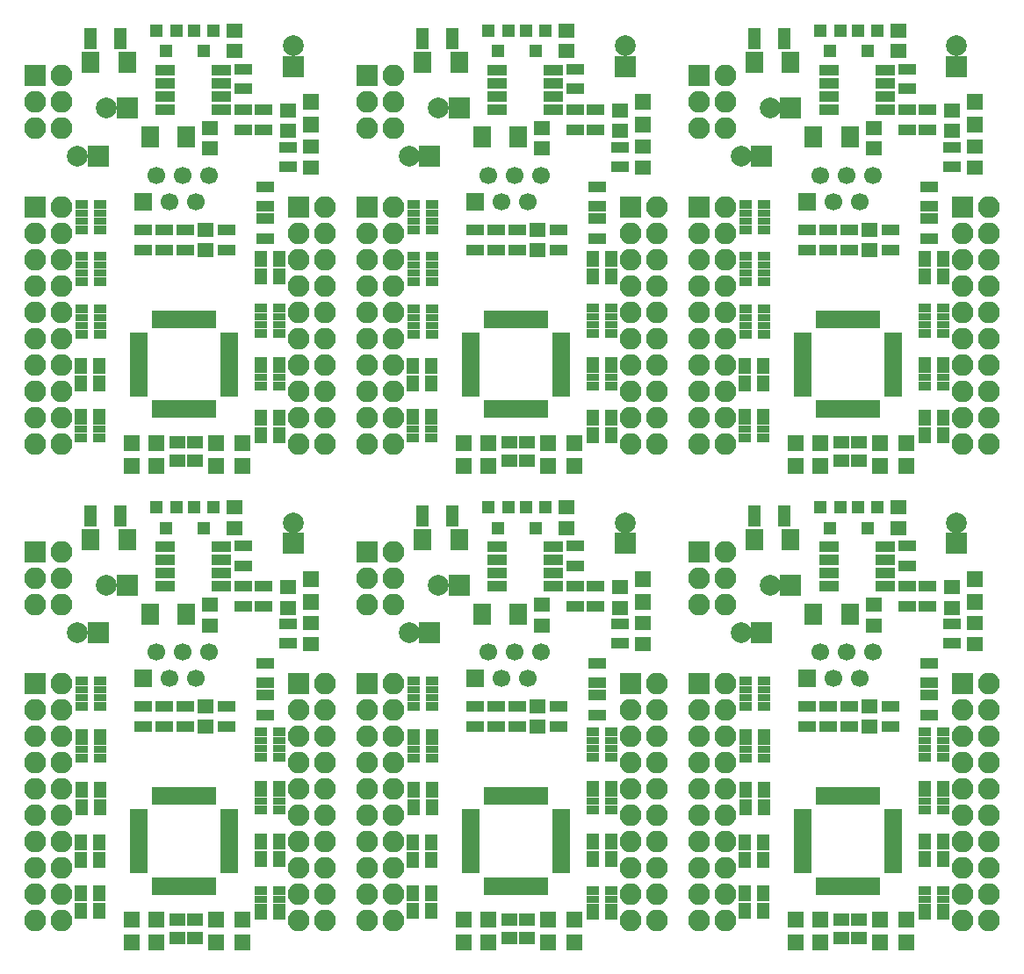
<source format=gbr>
G04 #@! TF.FileFunction,Soldermask,Top*
%FSLAX46Y46*%
G04 Gerber Fmt 4.6, Leading zero omitted, Abs format (unit mm)*
G04 Created by KiCad (PCBNEW 4.0.7) date 07/23/18 15:50:34*
%MOMM*%
%LPD*%
G01*
G04 APERTURE LIST*
%ADD10C,0.100000*%
%ADD11R,1.700000X1.100000*%
%ADD12R,1.650000X1.400000*%
%ADD13R,2.000000X2.000000*%
%ADD14C,2.000000*%
%ADD15R,2.100000X2.100000*%
%ADD16O,2.100000X2.100000*%
%ADD17R,1.700000X2.100000*%
%ADD18R,1.300000X2.100000*%
%ADD19R,1.200000X1.300000*%
%ADD20R,1.950000X1.000000*%
%ADD21R,1.600000X1.600000*%
%ADD22C,1.700000*%
%ADD23R,1.700000X1.700000*%
%ADD24R,1.200000X0.900000*%
%ADD25R,1.200000X0.800000*%
%ADD26R,0.900000X1.200000*%
%ADD27R,0.800000X1.200000*%
%ADD28R,1.700000X0.650000*%
%ADD29R,0.650000X1.700000*%
G04 APERTURE END LIST*
D10*
D11*
X180600000Y-69550000D03*
X180600000Y-67650000D03*
X180600000Y-70750000D03*
X180600000Y-72650000D03*
X182800000Y-65750000D03*
X182800000Y-63850000D03*
D12*
X185000000Y-65800000D03*
X185000000Y-63800000D03*
D13*
X164500000Y-64700000D03*
D14*
X162500000Y-64700000D03*
D15*
X158460000Y-56940000D03*
D16*
X161000000Y-56940000D03*
X158460000Y-59480000D03*
X161000000Y-59480000D03*
X158460000Y-62020000D03*
X161000000Y-62020000D03*
D17*
X167300000Y-55700000D03*
X163800000Y-55700000D03*
D13*
X167300000Y-60100000D03*
D14*
X165300000Y-60100000D03*
D18*
X163800000Y-53400000D03*
X166700000Y-53400000D03*
D19*
X172050000Y-52600000D03*
X170150000Y-52600000D03*
X171100000Y-54600000D03*
D12*
X177700000Y-54600000D03*
X177700000Y-52600000D03*
D17*
X169500000Y-62900000D03*
X173000000Y-62900000D03*
D12*
X175300000Y-62000000D03*
X175300000Y-64000000D03*
D20*
X171000000Y-56395000D03*
X171000000Y-57665000D03*
X171000000Y-58935000D03*
X171000000Y-60205000D03*
X176400000Y-60205000D03*
X176400000Y-58935000D03*
X176400000Y-57665000D03*
X176400000Y-56395000D03*
D19*
X175650000Y-52600000D03*
X173750000Y-52600000D03*
X174700000Y-54600000D03*
D21*
X185000000Y-59500000D03*
X185000000Y-61700000D03*
D11*
X178500000Y-60250000D03*
X178500000Y-62150000D03*
X180500000Y-60250000D03*
X180500000Y-62150000D03*
D12*
X182800000Y-62300000D03*
X182800000Y-60300000D03*
D11*
X178500000Y-56350000D03*
X178500000Y-58250000D03*
D13*
X183300000Y-56100000D03*
D14*
X183300000Y-54100000D03*
D22*
X170169583Y-66587593D03*
D23*
X168899583Y-69127593D03*
D22*
X171439583Y-69127593D03*
X172709583Y-66587593D03*
X173979583Y-69127593D03*
X175249583Y-66587593D03*
D11*
X168900000Y-71850000D03*
X168900000Y-73750000D03*
X176900000Y-73750000D03*
X176900000Y-71850000D03*
X172900000Y-71850000D03*
X172900000Y-73750000D03*
X170900000Y-71850000D03*
X170900000Y-73750000D03*
D12*
X174900000Y-73800000D03*
X174900000Y-71800000D03*
D24*
X180200000Y-74300000D03*
D25*
X180200000Y-75900000D03*
X180200000Y-75100000D03*
D24*
X180200000Y-76700000D03*
D25*
X182000000Y-75100000D03*
D24*
X182000000Y-74300000D03*
D25*
X182000000Y-75900000D03*
D24*
X182000000Y-76700000D03*
X180200000Y-84500000D03*
D25*
X180200000Y-86100000D03*
X180200000Y-85300000D03*
D24*
X180200000Y-86900000D03*
D25*
X182000000Y-85300000D03*
D24*
X182000000Y-84500000D03*
D25*
X182000000Y-86100000D03*
D24*
X182000000Y-86900000D03*
X180200000Y-79400000D03*
D25*
X180200000Y-81000000D03*
X180200000Y-80200000D03*
D24*
X180200000Y-81800000D03*
D25*
X182000000Y-80200000D03*
D24*
X182000000Y-79400000D03*
D25*
X182000000Y-81000000D03*
D24*
X182000000Y-81800000D03*
D15*
X183860000Y-69650000D03*
D16*
X186400000Y-69650000D03*
X183860000Y-72190000D03*
X186400000Y-72190000D03*
X183860000Y-74730000D03*
X186400000Y-74730000D03*
X183860000Y-77270000D03*
X186400000Y-77270000D03*
X183860000Y-79810000D03*
X186400000Y-79810000D03*
X183860000Y-82350000D03*
X186400000Y-82350000D03*
X183860000Y-84890000D03*
X186400000Y-84890000D03*
X183860000Y-87430000D03*
X186400000Y-87430000D03*
X183860000Y-89970000D03*
X186400000Y-89970000D03*
X183860000Y-92510000D03*
X186400000Y-92510000D03*
D24*
X180200000Y-89600000D03*
D25*
X180200000Y-91200000D03*
X180200000Y-90400000D03*
D24*
X180200000Y-92000000D03*
D25*
X182000000Y-90400000D03*
D24*
X182000000Y-89600000D03*
D25*
X182000000Y-91200000D03*
D24*
X182000000Y-92000000D03*
X164700000Y-76800000D03*
D25*
X164700000Y-75200000D03*
X164700000Y-76000000D03*
D24*
X164700000Y-74400000D03*
D25*
X162900000Y-76000000D03*
D24*
X162900000Y-76800000D03*
D25*
X162900000Y-75200000D03*
D24*
X162900000Y-74400000D03*
X164660000Y-87000000D03*
D25*
X164660000Y-85400000D03*
X164660000Y-86200000D03*
D24*
X164660000Y-84600000D03*
D25*
X162860000Y-86200000D03*
D24*
X162860000Y-87000000D03*
D25*
X162860000Y-85400000D03*
D24*
X162860000Y-84600000D03*
X164700000Y-71800000D03*
D25*
X164700000Y-70200000D03*
X164700000Y-71000000D03*
D24*
X164700000Y-69400000D03*
D25*
X162900000Y-71000000D03*
D24*
X162900000Y-71800000D03*
D25*
X162900000Y-70200000D03*
D24*
X162900000Y-69400000D03*
X164700000Y-81900000D03*
D25*
X164700000Y-80300000D03*
X164700000Y-81100000D03*
D24*
X164700000Y-79500000D03*
D25*
X162900000Y-81100000D03*
D24*
X162900000Y-81900000D03*
D25*
X162900000Y-80300000D03*
D24*
X162900000Y-79500000D03*
D15*
X158460000Y-69650000D03*
D16*
X161000000Y-69650000D03*
X158460000Y-72190000D03*
X161000000Y-72190000D03*
X158460000Y-74730000D03*
X161000000Y-74730000D03*
X158460000Y-77270000D03*
X161000000Y-77270000D03*
X158460000Y-79810000D03*
X161000000Y-79810000D03*
X158460000Y-82350000D03*
X161000000Y-82350000D03*
X158460000Y-84890000D03*
X161000000Y-84890000D03*
X158460000Y-87430000D03*
X161000000Y-87430000D03*
X158460000Y-89970000D03*
X161000000Y-89970000D03*
X158460000Y-92510000D03*
X161000000Y-92510000D03*
D26*
X174200000Y-92350000D03*
D27*
X172600000Y-92350000D03*
X173400000Y-92350000D03*
D26*
X171800000Y-92350000D03*
D27*
X173400000Y-94150000D03*
D26*
X174200000Y-94150000D03*
D27*
X172600000Y-94150000D03*
D26*
X171800000Y-94150000D03*
D21*
X178460000Y-94600000D03*
X178460000Y-92400000D03*
X175900000Y-94600000D03*
X175900000Y-92400000D03*
X167760000Y-94600000D03*
X167760000Y-92400000D03*
X170100000Y-94600000D03*
X170100000Y-92400000D03*
D24*
X164660000Y-91900000D03*
D25*
X164660000Y-90300000D03*
X164660000Y-91100000D03*
D24*
X164660000Y-89500000D03*
D25*
X162860000Y-91100000D03*
D24*
X162860000Y-91900000D03*
D25*
X162860000Y-90300000D03*
D24*
X162860000Y-89500000D03*
D28*
X168450000Y-82050000D03*
X168450000Y-82550000D03*
X168450000Y-83050000D03*
X168450000Y-83550000D03*
X168450000Y-84050000D03*
X168450000Y-84550000D03*
X168450000Y-85050000D03*
X168450000Y-85550000D03*
X168450000Y-86050000D03*
X168450000Y-86550000D03*
X168450000Y-87050000D03*
X168450000Y-87550000D03*
D29*
X170050000Y-89150000D03*
X170550000Y-89150000D03*
X171050000Y-89150000D03*
X171550000Y-89150000D03*
X172050000Y-89150000D03*
X172550000Y-89150000D03*
X173050000Y-89150000D03*
X173550000Y-89150000D03*
X174050000Y-89150000D03*
X174550000Y-89150000D03*
X175050000Y-89150000D03*
X175550000Y-89150000D03*
D28*
X177150000Y-87550000D03*
X177150000Y-87050000D03*
X177150000Y-86550000D03*
X177150000Y-86050000D03*
X177150000Y-85550000D03*
X177150000Y-85050000D03*
X177150000Y-84550000D03*
X177150000Y-84050000D03*
X177150000Y-83550000D03*
X177150000Y-83050000D03*
X177150000Y-82550000D03*
X177150000Y-82050000D03*
D29*
X175550000Y-80450000D03*
X175050000Y-80450000D03*
X174550000Y-80450000D03*
X174050000Y-80450000D03*
X173550000Y-80450000D03*
X173050000Y-80450000D03*
X172550000Y-80450000D03*
X172050000Y-80450000D03*
X171550000Y-80450000D03*
X171050000Y-80450000D03*
X170550000Y-80450000D03*
X170050000Y-80450000D03*
D11*
X146500000Y-56350000D03*
X146500000Y-58250000D03*
D12*
X145700000Y-54600000D03*
X145700000Y-52600000D03*
D13*
X151300000Y-56100000D03*
D14*
X151300000Y-54100000D03*
D17*
X135300000Y-55700000D03*
X131800000Y-55700000D03*
D18*
X131800000Y-53400000D03*
X134700000Y-53400000D03*
D15*
X126460000Y-56940000D03*
D16*
X129000000Y-56940000D03*
X126460000Y-59480000D03*
X129000000Y-59480000D03*
X126460000Y-62020000D03*
X129000000Y-62020000D03*
D13*
X132500000Y-64700000D03*
D14*
X130500000Y-64700000D03*
D13*
X135300000Y-60100000D03*
D14*
X133300000Y-60100000D03*
D12*
X150800000Y-62300000D03*
X150800000Y-60300000D03*
D11*
X150800000Y-65750000D03*
X150800000Y-63850000D03*
D21*
X153000000Y-59500000D03*
X153000000Y-61700000D03*
D12*
X153000000Y-65800000D03*
X153000000Y-63800000D03*
D11*
X148500000Y-60250000D03*
X148500000Y-62150000D03*
X146500000Y-60250000D03*
X146500000Y-62150000D03*
D19*
X140050000Y-52600000D03*
X138150000Y-52600000D03*
X139100000Y-54600000D03*
X143650000Y-52600000D03*
X141750000Y-52600000D03*
X142700000Y-54600000D03*
D17*
X137500000Y-62900000D03*
X141000000Y-62900000D03*
D20*
X139000000Y-56395000D03*
X139000000Y-57665000D03*
X139000000Y-58935000D03*
X139000000Y-60205000D03*
X144400000Y-60205000D03*
X144400000Y-58935000D03*
X144400000Y-57665000D03*
X144400000Y-56395000D03*
D12*
X143300000Y-62000000D03*
X143300000Y-64000000D03*
D24*
X100700000Y-76800000D03*
D25*
X100700000Y-75200000D03*
X100700000Y-76000000D03*
D24*
X100700000Y-74400000D03*
D25*
X98900000Y-76000000D03*
D24*
X98900000Y-76800000D03*
D25*
X98900000Y-75200000D03*
D24*
X98900000Y-74400000D03*
D15*
X94460000Y-69650000D03*
D16*
X97000000Y-69650000D03*
X94460000Y-72190000D03*
X97000000Y-72190000D03*
X94460000Y-74730000D03*
X97000000Y-74730000D03*
X94460000Y-77270000D03*
X97000000Y-77270000D03*
X94460000Y-79810000D03*
X97000000Y-79810000D03*
X94460000Y-82350000D03*
X97000000Y-82350000D03*
X94460000Y-84890000D03*
X97000000Y-84890000D03*
X94460000Y-87430000D03*
X97000000Y-87430000D03*
X94460000Y-89970000D03*
X97000000Y-89970000D03*
X94460000Y-92510000D03*
X97000000Y-92510000D03*
D24*
X100700000Y-81900000D03*
D25*
X100700000Y-80300000D03*
X100700000Y-81100000D03*
D24*
X100700000Y-79500000D03*
D25*
X98900000Y-81100000D03*
D24*
X98900000Y-81900000D03*
D25*
X98900000Y-80300000D03*
D24*
X98900000Y-79500000D03*
X100660000Y-91900000D03*
D25*
X100660000Y-90300000D03*
X100660000Y-91100000D03*
D24*
X100660000Y-89500000D03*
D25*
X98860000Y-91100000D03*
D24*
X98860000Y-91900000D03*
D25*
X98860000Y-90300000D03*
D24*
X98860000Y-89500000D03*
X100660000Y-87000000D03*
D25*
X100660000Y-85400000D03*
X100660000Y-86200000D03*
D24*
X100660000Y-84600000D03*
D25*
X98860000Y-86200000D03*
D24*
X98860000Y-87000000D03*
D25*
X98860000Y-85400000D03*
D24*
X98860000Y-84600000D03*
D28*
X104450000Y-82050000D03*
X104450000Y-82550000D03*
X104450000Y-83050000D03*
X104450000Y-83550000D03*
X104450000Y-84050000D03*
X104450000Y-84550000D03*
X104450000Y-85050000D03*
X104450000Y-85550000D03*
X104450000Y-86050000D03*
X104450000Y-86550000D03*
X104450000Y-87050000D03*
X104450000Y-87550000D03*
D29*
X106050000Y-89150000D03*
X106550000Y-89150000D03*
X107050000Y-89150000D03*
X107550000Y-89150000D03*
X108050000Y-89150000D03*
X108550000Y-89150000D03*
X109050000Y-89150000D03*
X109550000Y-89150000D03*
X110050000Y-89150000D03*
X110550000Y-89150000D03*
X111050000Y-89150000D03*
X111550000Y-89150000D03*
D28*
X113150000Y-87550000D03*
X113150000Y-87050000D03*
X113150000Y-86550000D03*
X113150000Y-86050000D03*
X113150000Y-85550000D03*
X113150000Y-85050000D03*
X113150000Y-84550000D03*
X113150000Y-84050000D03*
X113150000Y-83550000D03*
X113150000Y-83050000D03*
X113150000Y-82550000D03*
X113150000Y-82050000D03*
D29*
X111550000Y-80450000D03*
X111050000Y-80450000D03*
X110550000Y-80450000D03*
X110050000Y-80450000D03*
X109550000Y-80450000D03*
X109050000Y-80450000D03*
X108550000Y-80450000D03*
X108050000Y-80450000D03*
X107550000Y-80450000D03*
X107050000Y-80450000D03*
X106550000Y-80450000D03*
X106050000Y-80450000D03*
D11*
X116600000Y-70750000D03*
X116600000Y-72650000D03*
D24*
X116200000Y-79400000D03*
D25*
X116200000Y-81000000D03*
X116200000Y-80200000D03*
D24*
X116200000Y-81800000D03*
D25*
X118000000Y-80200000D03*
D24*
X118000000Y-79400000D03*
D25*
X118000000Y-81000000D03*
D24*
X118000000Y-81800000D03*
X116200000Y-74300000D03*
D25*
X116200000Y-75900000D03*
X116200000Y-75100000D03*
D24*
X116200000Y-76700000D03*
D25*
X118000000Y-75100000D03*
D24*
X118000000Y-74300000D03*
D25*
X118000000Y-75900000D03*
D24*
X118000000Y-76700000D03*
X116200000Y-89600000D03*
D25*
X116200000Y-91200000D03*
X116200000Y-90400000D03*
D24*
X116200000Y-92000000D03*
D25*
X118000000Y-90400000D03*
D24*
X118000000Y-89600000D03*
D25*
X118000000Y-91200000D03*
D24*
X118000000Y-92000000D03*
D21*
X114460000Y-94600000D03*
X114460000Y-92400000D03*
X103760000Y-94600000D03*
X103760000Y-92400000D03*
X106100000Y-94600000D03*
X106100000Y-92400000D03*
X111900000Y-94600000D03*
X111900000Y-92400000D03*
D26*
X110200000Y-92350000D03*
D27*
X108600000Y-92350000D03*
X109400000Y-92350000D03*
D26*
X107800000Y-92350000D03*
D27*
X109400000Y-94150000D03*
D26*
X110200000Y-94150000D03*
D27*
X108600000Y-94150000D03*
D26*
X107800000Y-94150000D03*
D17*
X105500000Y-62900000D03*
X109000000Y-62900000D03*
D22*
X106169583Y-66587593D03*
D23*
X104899583Y-69127593D03*
D22*
X107439583Y-69127593D03*
X108709583Y-66587593D03*
X109979583Y-69127593D03*
X111249583Y-66587593D03*
D11*
X106900000Y-71850000D03*
X106900000Y-73750000D03*
X104900000Y-71850000D03*
X104900000Y-73750000D03*
X108900000Y-71850000D03*
X108900000Y-73750000D03*
D24*
X100700000Y-71800000D03*
D25*
X100700000Y-70200000D03*
X100700000Y-71000000D03*
D24*
X100700000Y-69400000D03*
D25*
X98900000Y-71000000D03*
D24*
X98900000Y-71800000D03*
D25*
X98900000Y-70200000D03*
D24*
X98900000Y-69400000D03*
D13*
X100500000Y-64700000D03*
D14*
X98500000Y-64700000D03*
D18*
X99800000Y-53400000D03*
X102700000Y-53400000D03*
D13*
X103300000Y-60100000D03*
D14*
X101300000Y-60100000D03*
D17*
X103300000Y-55700000D03*
X99800000Y-55700000D03*
D15*
X94460000Y-56940000D03*
D16*
X97000000Y-56940000D03*
X94460000Y-59480000D03*
X97000000Y-59480000D03*
X94460000Y-62020000D03*
X97000000Y-62020000D03*
D12*
X110900000Y-73800000D03*
X110900000Y-71800000D03*
D11*
X112900000Y-73750000D03*
X112900000Y-71850000D03*
D19*
X111650000Y-52600000D03*
X109750000Y-52600000D03*
X110700000Y-54600000D03*
D20*
X107000000Y-56395000D03*
X107000000Y-57665000D03*
X107000000Y-58935000D03*
X107000000Y-60205000D03*
X112400000Y-60205000D03*
X112400000Y-58935000D03*
X112400000Y-57665000D03*
X112400000Y-56395000D03*
D19*
X108050000Y-52600000D03*
X106150000Y-52600000D03*
X107100000Y-54600000D03*
D12*
X111300000Y-62000000D03*
X111300000Y-64000000D03*
X118800000Y-62300000D03*
X118800000Y-60300000D03*
D11*
X114500000Y-60250000D03*
X114500000Y-62150000D03*
X116500000Y-60250000D03*
X116500000Y-62150000D03*
D21*
X121000000Y-59500000D03*
X121000000Y-61700000D03*
D13*
X119300000Y-56100000D03*
D14*
X119300000Y-54100000D03*
D11*
X114500000Y-56350000D03*
X114500000Y-58250000D03*
D12*
X113700000Y-54600000D03*
X113700000Y-52600000D03*
D11*
X116600000Y-69550000D03*
X116600000Y-67650000D03*
D12*
X121000000Y-65800000D03*
X121000000Y-63800000D03*
D11*
X118800000Y-65750000D03*
X118800000Y-63850000D03*
X148600000Y-70750000D03*
X148600000Y-72650000D03*
X148600000Y-69550000D03*
X148600000Y-67650000D03*
D24*
X148200000Y-74300000D03*
D25*
X148200000Y-75900000D03*
X148200000Y-75100000D03*
D24*
X148200000Y-76700000D03*
D25*
X150000000Y-75100000D03*
D24*
X150000000Y-74300000D03*
D25*
X150000000Y-75900000D03*
D24*
X150000000Y-76700000D03*
X132700000Y-71800000D03*
D25*
X132700000Y-70200000D03*
X132700000Y-71000000D03*
D24*
X132700000Y-69400000D03*
D25*
X130900000Y-71000000D03*
D24*
X130900000Y-71800000D03*
D25*
X130900000Y-70200000D03*
D24*
X130900000Y-69400000D03*
X132700000Y-76800000D03*
D25*
X132700000Y-75200000D03*
X132700000Y-76000000D03*
D24*
X132700000Y-74400000D03*
D25*
X130900000Y-76000000D03*
D24*
X130900000Y-76800000D03*
D25*
X130900000Y-75200000D03*
D24*
X130900000Y-74400000D03*
D11*
X144900000Y-73750000D03*
X144900000Y-71850000D03*
D12*
X142900000Y-73800000D03*
X142900000Y-71800000D03*
D11*
X138900000Y-71850000D03*
X138900000Y-73750000D03*
X140900000Y-71850000D03*
X140900000Y-73750000D03*
D22*
X138169583Y-66587593D03*
D23*
X136899583Y-69127593D03*
D22*
X139439583Y-69127593D03*
X140709583Y-66587593D03*
X141979583Y-69127593D03*
X143249583Y-66587593D03*
D11*
X136900000Y-71850000D03*
X136900000Y-73750000D03*
D24*
X148200000Y-79400000D03*
D25*
X148200000Y-81000000D03*
X148200000Y-80200000D03*
D24*
X148200000Y-81800000D03*
D25*
X150000000Y-80200000D03*
D24*
X150000000Y-79400000D03*
D25*
X150000000Y-81000000D03*
D24*
X150000000Y-81800000D03*
X148200000Y-89600000D03*
D25*
X148200000Y-91200000D03*
X148200000Y-90400000D03*
D24*
X148200000Y-92000000D03*
D25*
X150000000Y-90400000D03*
D24*
X150000000Y-89600000D03*
D25*
X150000000Y-91200000D03*
D24*
X150000000Y-92000000D03*
D15*
X151860000Y-69650000D03*
D16*
X154400000Y-69650000D03*
X151860000Y-72190000D03*
X154400000Y-72190000D03*
X151860000Y-74730000D03*
X154400000Y-74730000D03*
X151860000Y-77270000D03*
X154400000Y-77270000D03*
X151860000Y-79810000D03*
X154400000Y-79810000D03*
X151860000Y-82350000D03*
X154400000Y-82350000D03*
X151860000Y-84890000D03*
X154400000Y-84890000D03*
X151860000Y-87430000D03*
X154400000Y-87430000D03*
X151860000Y-89970000D03*
X154400000Y-89970000D03*
X151860000Y-92510000D03*
X154400000Y-92510000D03*
D24*
X148200000Y-84500000D03*
D25*
X148200000Y-86100000D03*
X148200000Y-85300000D03*
D24*
X148200000Y-86900000D03*
D25*
X150000000Y-85300000D03*
D24*
X150000000Y-84500000D03*
D25*
X150000000Y-86100000D03*
D24*
X150000000Y-86900000D03*
X132660000Y-91900000D03*
D25*
X132660000Y-90300000D03*
X132660000Y-91100000D03*
D24*
X132660000Y-89500000D03*
D25*
X130860000Y-91100000D03*
D24*
X130860000Y-91900000D03*
D25*
X130860000Y-90300000D03*
D24*
X130860000Y-89500000D03*
X116200000Y-84500000D03*
D25*
X116200000Y-86100000D03*
X116200000Y-85300000D03*
D24*
X116200000Y-86900000D03*
D25*
X118000000Y-85300000D03*
D24*
X118000000Y-84500000D03*
D25*
X118000000Y-86100000D03*
D24*
X118000000Y-86900000D03*
X132660000Y-87000000D03*
D25*
X132660000Y-85400000D03*
X132660000Y-86200000D03*
D24*
X132660000Y-84600000D03*
D25*
X130860000Y-86200000D03*
D24*
X130860000Y-87000000D03*
D25*
X130860000Y-85400000D03*
D24*
X130860000Y-84600000D03*
X132700000Y-81900000D03*
D25*
X132700000Y-80300000D03*
X132700000Y-81100000D03*
D24*
X132700000Y-79500000D03*
D25*
X130900000Y-81100000D03*
D24*
X130900000Y-81900000D03*
D25*
X130900000Y-80300000D03*
D24*
X130900000Y-79500000D03*
D15*
X119860000Y-69650000D03*
D16*
X122400000Y-69650000D03*
X119860000Y-72190000D03*
X122400000Y-72190000D03*
X119860000Y-74730000D03*
X122400000Y-74730000D03*
X119860000Y-77270000D03*
X122400000Y-77270000D03*
X119860000Y-79810000D03*
X122400000Y-79810000D03*
X119860000Y-82350000D03*
X122400000Y-82350000D03*
X119860000Y-84890000D03*
X122400000Y-84890000D03*
X119860000Y-87430000D03*
X122400000Y-87430000D03*
X119860000Y-89970000D03*
X122400000Y-89970000D03*
X119860000Y-92510000D03*
X122400000Y-92510000D03*
D15*
X126460000Y-69650000D03*
D16*
X129000000Y-69650000D03*
X126460000Y-72190000D03*
X129000000Y-72190000D03*
X126460000Y-74730000D03*
X129000000Y-74730000D03*
X126460000Y-77270000D03*
X129000000Y-77270000D03*
X126460000Y-79810000D03*
X129000000Y-79810000D03*
X126460000Y-82350000D03*
X129000000Y-82350000D03*
X126460000Y-84890000D03*
X129000000Y-84890000D03*
X126460000Y-87430000D03*
X129000000Y-87430000D03*
X126460000Y-89970000D03*
X129000000Y-89970000D03*
X126460000Y-92510000D03*
X129000000Y-92510000D03*
D28*
X136450000Y-82050000D03*
X136450000Y-82550000D03*
X136450000Y-83050000D03*
X136450000Y-83550000D03*
X136450000Y-84050000D03*
X136450000Y-84550000D03*
X136450000Y-85050000D03*
X136450000Y-85550000D03*
X136450000Y-86050000D03*
X136450000Y-86550000D03*
X136450000Y-87050000D03*
X136450000Y-87550000D03*
D29*
X138050000Y-89150000D03*
X138550000Y-89150000D03*
X139050000Y-89150000D03*
X139550000Y-89150000D03*
X140050000Y-89150000D03*
X140550000Y-89150000D03*
X141050000Y-89150000D03*
X141550000Y-89150000D03*
X142050000Y-89150000D03*
X142550000Y-89150000D03*
X143050000Y-89150000D03*
X143550000Y-89150000D03*
D28*
X145150000Y-87550000D03*
X145150000Y-87050000D03*
X145150000Y-86550000D03*
X145150000Y-86050000D03*
X145150000Y-85550000D03*
X145150000Y-85050000D03*
X145150000Y-84550000D03*
X145150000Y-84050000D03*
X145150000Y-83550000D03*
X145150000Y-83050000D03*
X145150000Y-82550000D03*
X145150000Y-82050000D03*
D29*
X143550000Y-80450000D03*
X143050000Y-80450000D03*
X142550000Y-80450000D03*
X142050000Y-80450000D03*
X141550000Y-80450000D03*
X141050000Y-80450000D03*
X140550000Y-80450000D03*
X140050000Y-80450000D03*
X139550000Y-80450000D03*
X139050000Y-80450000D03*
X138550000Y-80450000D03*
X138050000Y-80450000D03*
D21*
X146460000Y-94600000D03*
X146460000Y-92400000D03*
D26*
X142200000Y-92350000D03*
D27*
X140600000Y-92350000D03*
X141400000Y-92350000D03*
D26*
X139800000Y-92350000D03*
D27*
X141400000Y-94150000D03*
D26*
X142200000Y-94150000D03*
D27*
X140600000Y-94150000D03*
D26*
X139800000Y-94150000D03*
D21*
X138100000Y-94600000D03*
X138100000Y-92400000D03*
X135760000Y-94600000D03*
X135760000Y-92400000D03*
X143900000Y-94600000D03*
X143900000Y-92400000D03*
D11*
X180600000Y-115550000D03*
X180600000Y-113650000D03*
X182800000Y-111750000D03*
X182800000Y-109850000D03*
D12*
X185000000Y-111800000D03*
X185000000Y-109800000D03*
D11*
X178500000Y-106250000D03*
X178500000Y-108150000D03*
D21*
X185000000Y-105500000D03*
X185000000Y-107700000D03*
D11*
X180500000Y-106250000D03*
X180500000Y-108150000D03*
D12*
X182800000Y-108300000D03*
X182800000Y-106300000D03*
X177700000Y-100600000D03*
X177700000Y-98600000D03*
D11*
X178500000Y-102350000D03*
X178500000Y-104250000D03*
D13*
X183300000Y-102100000D03*
D14*
X183300000Y-100100000D03*
D17*
X167300000Y-101700000D03*
X163800000Y-101700000D03*
D15*
X158460000Y-102940000D03*
D16*
X161000000Y-102940000D03*
X158460000Y-105480000D03*
X161000000Y-105480000D03*
X158460000Y-108020000D03*
X161000000Y-108020000D03*
D13*
X164500000Y-110700000D03*
D14*
X162500000Y-110700000D03*
D13*
X167300000Y-106100000D03*
D14*
X165300000Y-106100000D03*
D18*
X163800000Y-99400000D03*
X166700000Y-99400000D03*
D22*
X170169583Y-112587593D03*
D23*
X168899583Y-115127593D03*
D22*
X171439583Y-115127593D03*
X172709583Y-112587593D03*
X173979583Y-115127593D03*
X175249583Y-112587593D03*
D19*
X172050000Y-98600000D03*
X170150000Y-98600000D03*
X171100000Y-100600000D03*
D20*
X171000000Y-102395000D03*
X171000000Y-103665000D03*
X171000000Y-104935000D03*
X171000000Y-106205000D03*
X176400000Y-106205000D03*
X176400000Y-104935000D03*
X176400000Y-103665000D03*
X176400000Y-102395000D03*
D17*
X169500000Y-108900000D03*
X173000000Y-108900000D03*
D19*
X175650000Y-98600000D03*
X173750000Y-98600000D03*
X174700000Y-100600000D03*
D12*
X175300000Y-108000000D03*
X175300000Y-110000000D03*
D11*
X170900000Y-117850000D03*
X170900000Y-119750000D03*
D12*
X174900000Y-119800000D03*
X174900000Y-117800000D03*
D11*
X168900000Y-117850000D03*
X168900000Y-119750000D03*
X176900000Y-119750000D03*
X176900000Y-117850000D03*
X172900000Y-117850000D03*
X172900000Y-119750000D03*
X180600000Y-116750000D03*
X180600000Y-118650000D03*
D24*
X180200000Y-120300000D03*
D25*
X180200000Y-121900000D03*
X180200000Y-121100000D03*
D24*
X180200000Y-122700000D03*
D25*
X182000000Y-121100000D03*
D24*
X182000000Y-120300000D03*
D25*
X182000000Y-121900000D03*
D24*
X182000000Y-122700000D03*
X180200000Y-125400000D03*
D25*
X180200000Y-127000000D03*
X180200000Y-126200000D03*
D24*
X180200000Y-127800000D03*
D25*
X182000000Y-126200000D03*
D24*
X182000000Y-125400000D03*
D25*
X182000000Y-127000000D03*
D24*
X182000000Y-127800000D03*
X180200000Y-130500000D03*
D25*
X180200000Y-132100000D03*
X180200000Y-131300000D03*
D24*
X180200000Y-132900000D03*
D25*
X182000000Y-131300000D03*
D24*
X182000000Y-130500000D03*
D25*
X182000000Y-132100000D03*
D24*
X182000000Y-132900000D03*
X180200000Y-135600000D03*
D25*
X180200000Y-137200000D03*
X180200000Y-136400000D03*
D24*
X180200000Y-138000000D03*
D25*
X182000000Y-136400000D03*
D24*
X182000000Y-135600000D03*
D25*
X182000000Y-137200000D03*
D24*
X182000000Y-138000000D03*
D15*
X183860000Y-115650000D03*
D16*
X186400000Y-115650000D03*
X183860000Y-118190000D03*
X186400000Y-118190000D03*
X183860000Y-120730000D03*
X186400000Y-120730000D03*
X183860000Y-123270000D03*
X186400000Y-123270000D03*
X183860000Y-125810000D03*
X186400000Y-125810000D03*
X183860000Y-128350000D03*
X186400000Y-128350000D03*
X183860000Y-130890000D03*
X186400000Y-130890000D03*
X183860000Y-133430000D03*
X186400000Y-133430000D03*
X183860000Y-135970000D03*
X186400000Y-135970000D03*
X183860000Y-138510000D03*
X186400000Y-138510000D03*
D28*
X168450000Y-128050000D03*
X168450000Y-128550000D03*
X168450000Y-129050000D03*
X168450000Y-129550000D03*
X168450000Y-130050000D03*
X168450000Y-130550000D03*
X168450000Y-131050000D03*
X168450000Y-131550000D03*
X168450000Y-132050000D03*
X168450000Y-132550000D03*
X168450000Y-133050000D03*
X168450000Y-133550000D03*
D29*
X170050000Y-135150000D03*
X170550000Y-135150000D03*
X171050000Y-135150000D03*
X171550000Y-135150000D03*
X172050000Y-135150000D03*
X172550000Y-135150000D03*
X173050000Y-135150000D03*
X173550000Y-135150000D03*
X174050000Y-135150000D03*
X174550000Y-135150000D03*
X175050000Y-135150000D03*
X175550000Y-135150000D03*
D28*
X177150000Y-133550000D03*
X177150000Y-133050000D03*
X177150000Y-132550000D03*
X177150000Y-132050000D03*
X177150000Y-131550000D03*
X177150000Y-131050000D03*
X177150000Y-130550000D03*
X177150000Y-130050000D03*
X177150000Y-129550000D03*
X177150000Y-129050000D03*
X177150000Y-128550000D03*
X177150000Y-128050000D03*
D29*
X175550000Y-126450000D03*
X175050000Y-126450000D03*
X174550000Y-126450000D03*
X174050000Y-126450000D03*
X173550000Y-126450000D03*
X173050000Y-126450000D03*
X172550000Y-126450000D03*
X172050000Y-126450000D03*
X171550000Y-126450000D03*
X171050000Y-126450000D03*
X170550000Y-126450000D03*
X170050000Y-126450000D03*
D24*
X164660000Y-133000000D03*
D25*
X164660000Y-131400000D03*
X164660000Y-132200000D03*
D24*
X164660000Y-130600000D03*
D25*
X162860000Y-132200000D03*
D24*
X162860000Y-133000000D03*
D25*
X162860000Y-131400000D03*
D24*
X162860000Y-130600000D03*
X164660000Y-137900000D03*
D25*
X164660000Y-136300000D03*
X164660000Y-137100000D03*
D24*
X164660000Y-135500000D03*
D25*
X162860000Y-137100000D03*
D24*
X162860000Y-137900000D03*
D25*
X162860000Y-136300000D03*
D24*
X162860000Y-135500000D03*
D15*
X158460000Y-115650000D03*
D16*
X161000000Y-115650000D03*
X158460000Y-118190000D03*
X161000000Y-118190000D03*
X158460000Y-120730000D03*
X161000000Y-120730000D03*
X158460000Y-123270000D03*
X161000000Y-123270000D03*
X158460000Y-125810000D03*
X161000000Y-125810000D03*
X158460000Y-128350000D03*
X161000000Y-128350000D03*
X158460000Y-130890000D03*
X161000000Y-130890000D03*
X158460000Y-133430000D03*
X161000000Y-133430000D03*
X158460000Y-135970000D03*
X161000000Y-135970000D03*
X158460000Y-138510000D03*
X161000000Y-138510000D03*
D24*
X164700000Y-122800000D03*
D25*
X164700000Y-121200000D03*
X164700000Y-122000000D03*
D24*
X164700000Y-120400000D03*
D25*
X162900000Y-122000000D03*
D24*
X162900000Y-122800000D03*
D25*
X162900000Y-121200000D03*
D24*
X162900000Y-120400000D03*
X164700000Y-127900000D03*
D25*
X164700000Y-126300000D03*
X164700000Y-127100000D03*
D24*
X164700000Y-125500000D03*
D25*
X162900000Y-127100000D03*
D24*
X162900000Y-127900000D03*
D25*
X162900000Y-126300000D03*
D24*
X162900000Y-125500000D03*
X164700000Y-117800000D03*
D25*
X164700000Y-116200000D03*
X164700000Y-117000000D03*
D24*
X164700000Y-115400000D03*
D25*
X162900000Y-117000000D03*
D24*
X162900000Y-117800000D03*
D25*
X162900000Y-116200000D03*
D24*
X162900000Y-115400000D03*
D21*
X175900000Y-140600000D03*
X175900000Y-138400000D03*
X178460000Y-140600000D03*
X178460000Y-138400000D03*
X170100000Y-140600000D03*
X170100000Y-138400000D03*
X167760000Y-140600000D03*
X167760000Y-138400000D03*
D26*
X174200000Y-138350000D03*
D27*
X172600000Y-138350000D03*
X173400000Y-138350000D03*
D26*
X171800000Y-138350000D03*
D27*
X173400000Y-140150000D03*
D26*
X174200000Y-140150000D03*
D27*
X172600000Y-140150000D03*
D26*
X171800000Y-140150000D03*
D11*
X148600000Y-115550000D03*
X148600000Y-113650000D03*
X150800000Y-111750000D03*
X150800000Y-109850000D03*
D12*
X153000000Y-111800000D03*
X153000000Y-109800000D03*
D11*
X146500000Y-106250000D03*
X146500000Y-108150000D03*
D21*
X153000000Y-105500000D03*
X153000000Y-107700000D03*
D11*
X148500000Y-106250000D03*
X148500000Y-108150000D03*
D12*
X150800000Y-108300000D03*
X150800000Y-106300000D03*
X145700000Y-100600000D03*
X145700000Y-98600000D03*
D11*
X146500000Y-102350000D03*
X146500000Y-104250000D03*
D13*
X151300000Y-102100000D03*
D14*
X151300000Y-100100000D03*
D17*
X135300000Y-101700000D03*
X131800000Y-101700000D03*
D15*
X126460000Y-102940000D03*
D16*
X129000000Y-102940000D03*
X126460000Y-105480000D03*
X129000000Y-105480000D03*
X126460000Y-108020000D03*
X129000000Y-108020000D03*
D13*
X132500000Y-110700000D03*
D14*
X130500000Y-110700000D03*
D13*
X135300000Y-106100000D03*
D14*
X133300000Y-106100000D03*
D18*
X131800000Y-99400000D03*
X134700000Y-99400000D03*
D22*
X138169583Y-112587593D03*
D23*
X136899583Y-115127593D03*
D22*
X139439583Y-115127593D03*
X140709583Y-112587593D03*
X141979583Y-115127593D03*
X143249583Y-112587593D03*
D19*
X140050000Y-98600000D03*
X138150000Y-98600000D03*
X139100000Y-100600000D03*
D20*
X139000000Y-102395000D03*
X139000000Y-103665000D03*
X139000000Y-104935000D03*
X139000000Y-106205000D03*
X144400000Y-106205000D03*
X144400000Y-104935000D03*
X144400000Y-103665000D03*
X144400000Y-102395000D03*
D17*
X137500000Y-108900000D03*
X141000000Y-108900000D03*
D19*
X143650000Y-98600000D03*
X141750000Y-98600000D03*
X142700000Y-100600000D03*
D12*
X143300000Y-108000000D03*
X143300000Y-110000000D03*
D11*
X138900000Y-117850000D03*
X138900000Y-119750000D03*
D12*
X142900000Y-119800000D03*
X142900000Y-117800000D03*
D11*
X136900000Y-117850000D03*
X136900000Y-119750000D03*
X144900000Y-119750000D03*
X144900000Y-117850000D03*
X140900000Y-117850000D03*
X140900000Y-119750000D03*
X148600000Y-116750000D03*
X148600000Y-118650000D03*
D24*
X148200000Y-120300000D03*
D25*
X148200000Y-121900000D03*
X148200000Y-121100000D03*
D24*
X148200000Y-122700000D03*
D25*
X150000000Y-121100000D03*
D24*
X150000000Y-120300000D03*
D25*
X150000000Y-121900000D03*
D24*
X150000000Y-122700000D03*
X148200000Y-125400000D03*
D25*
X148200000Y-127000000D03*
X148200000Y-126200000D03*
D24*
X148200000Y-127800000D03*
D25*
X150000000Y-126200000D03*
D24*
X150000000Y-125400000D03*
D25*
X150000000Y-127000000D03*
D24*
X150000000Y-127800000D03*
X148200000Y-130500000D03*
D25*
X148200000Y-132100000D03*
X148200000Y-131300000D03*
D24*
X148200000Y-132900000D03*
D25*
X150000000Y-131300000D03*
D24*
X150000000Y-130500000D03*
D25*
X150000000Y-132100000D03*
D24*
X150000000Y-132900000D03*
X148200000Y-135600000D03*
D25*
X148200000Y-137200000D03*
X148200000Y-136400000D03*
D24*
X148200000Y-138000000D03*
D25*
X150000000Y-136400000D03*
D24*
X150000000Y-135600000D03*
D25*
X150000000Y-137200000D03*
D24*
X150000000Y-138000000D03*
D15*
X151860000Y-115650000D03*
D16*
X154400000Y-115650000D03*
X151860000Y-118190000D03*
X154400000Y-118190000D03*
X151860000Y-120730000D03*
X154400000Y-120730000D03*
X151860000Y-123270000D03*
X154400000Y-123270000D03*
X151860000Y-125810000D03*
X154400000Y-125810000D03*
X151860000Y-128350000D03*
X154400000Y-128350000D03*
X151860000Y-130890000D03*
X154400000Y-130890000D03*
X151860000Y-133430000D03*
X154400000Y-133430000D03*
X151860000Y-135970000D03*
X154400000Y-135970000D03*
X151860000Y-138510000D03*
X154400000Y-138510000D03*
D28*
X136450000Y-128050000D03*
X136450000Y-128550000D03*
X136450000Y-129050000D03*
X136450000Y-129550000D03*
X136450000Y-130050000D03*
X136450000Y-130550000D03*
X136450000Y-131050000D03*
X136450000Y-131550000D03*
X136450000Y-132050000D03*
X136450000Y-132550000D03*
X136450000Y-133050000D03*
X136450000Y-133550000D03*
D29*
X138050000Y-135150000D03*
X138550000Y-135150000D03*
X139050000Y-135150000D03*
X139550000Y-135150000D03*
X140050000Y-135150000D03*
X140550000Y-135150000D03*
X141050000Y-135150000D03*
X141550000Y-135150000D03*
X142050000Y-135150000D03*
X142550000Y-135150000D03*
X143050000Y-135150000D03*
X143550000Y-135150000D03*
D28*
X145150000Y-133550000D03*
X145150000Y-133050000D03*
X145150000Y-132550000D03*
X145150000Y-132050000D03*
X145150000Y-131550000D03*
X145150000Y-131050000D03*
X145150000Y-130550000D03*
X145150000Y-130050000D03*
X145150000Y-129550000D03*
X145150000Y-129050000D03*
X145150000Y-128550000D03*
X145150000Y-128050000D03*
D29*
X143550000Y-126450000D03*
X143050000Y-126450000D03*
X142550000Y-126450000D03*
X142050000Y-126450000D03*
X141550000Y-126450000D03*
X141050000Y-126450000D03*
X140550000Y-126450000D03*
X140050000Y-126450000D03*
X139550000Y-126450000D03*
X139050000Y-126450000D03*
X138550000Y-126450000D03*
X138050000Y-126450000D03*
D24*
X132660000Y-133000000D03*
D25*
X132660000Y-131400000D03*
X132660000Y-132200000D03*
D24*
X132660000Y-130600000D03*
D25*
X130860000Y-132200000D03*
D24*
X130860000Y-133000000D03*
D25*
X130860000Y-131400000D03*
D24*
X130860000Y-130600000D03*
X132660000Y-137900000D03*
D25*
X132660000Y-136300000D03*
X132660000Y-137100000D03*
D24*
X132660000Y-135500000D03*
D25*
X130860000Y-137100000D03*
D24*
X130860000Y-137900000D03*
D25*
X130860000Y-136300000D03*
D24*
X130860000Y-135500000D03*
D15*
X126460000Y-115650000D03*
D16*
X129000000Y-115650000D03*
X126460000Y-118190000D03*
X129000000Y-118190000D03*
X126460000Y-120730000D03*
X129000000Y-120730000D03*
X126460000Y-123270000D03*
X129000000Y-123270000D03*
X126460000Y-125810000D03*
X129000000Y-125810000D03*
X126460000Y-128350000D03*
X129000000Y-128350000D03*
X126460000Y-130890000D03*
X129000000Y-130890000D03*
X126460000Y-133430000D03*
X129000000Y-133430000D03*
X126460000Y-135970000D03*
X129000000Y-135970000D03*
X126460000Y-138510000D03*
X129000000Y-138510000D03*
D24*
X132700000Y-122800000D03*
D25*
X132700000Y-121200000D03*
X132700000Y-122000000D03*
D24*
X132700000Y-120400000D03*
D25*
X130900000Y-122000000D03*
D24*
X130900000Y-122800000D03*
D25*
X130900000Y-121200000D03*
D24*
X130900000Y-120400000D03*
X132700000Y-127900000D03*
D25*
X132700000Y-126300000D03*
X132700000Y-127100000D03*
D24*
X132700000Y-125500000D03*
D25*
X130900000Y-127100000D03*
D24*
X130900000Y-127900000D03*
D25*
X130900000Y-126300000D03*
D24*
X130900000Y-125500000D03*
X132700000Y-117800000D03*
D25*
X132700000Y-116200000D03*
X132700000Y-117000000D03*
D24*
X132700000Y-115400000D03*
D25*
X130900000Y-117000000D03*
D24*
X130900000Y-117800000D03*
D25*
X130900000Y-116200000D03*
D24*
X130900000Y-115400000D03*
D21*
X143900000Y-140600000D03*
X143900000Y-138400000D03*
X146460000Y-140600000D03*
X146460000Y-138400000D03*
X138100000Y-140600000D03*
X138100000Y-138400000D03*
X135760000Y-140600000D03*
X135760000Y-138400000D03*
D26*
X142200000Y-138350000D03*
D27*
X140600000Y-138350000D03*
X141400000Y-138350000D03*
D26*
X139800000Y-138350000D03*
D27*
X141400000Y-140150000D03*
D26*
X142200000Y-140150000D03*
D27*
X140600000Y-140150000D03*
D26*
X139800000Y-140150000D03*
D12*
X121000000Y-111800000D03*
X121000000Y-109800000D03*
X110900000Y-119800000D03*
X110900000Y-117800000D03*
X111300000Y-108000000D03*
X111300000Y-110000000D03*
X113700000Y-100600000D03*
X113700000Y-98600000D03*
X118800000Y-108300000D03*
X118800000Y-106300000D03*
D17*
X105500000Y-108900000D03*
X109000000Y-108900000D03*
D19*
X111650000Y-98600000D03*
X109750000Y-98600000D03*
X110700000Y-100600000D03*
X108050000Y-98600000D03*
X106150000Y-98600000D03*
X107100000Y-100600000D03*
D22*
X106169583Y-112587593D03*
D23*
X104899583Y-115127593D03*
D22*
X107439583Y-115127593D03*
X108709583Y-112587593D03*
X109979583Y-115127593D03*
X111249583Y-112587593D03*
D11*
X116500000Y-106250000D03*
X116500000Y-108150000D03*
X114500000Y-106250000D03*
X114500000Y-108150000D03*
X112900000Y-119750000D03*
X112900000Y-117850000D03*
X108900000Y-117850000D03*
X108900000Y-119750000D03*
X104900000Y-117850000D03*
X104900000Y-119750000D03*
X106900000Y-117850000D03*
X106900000Y-119750000D03*
X116600000Y-116750000D03*
X116600000Y-118650000D03*
X116600000Y-115550000D03*
X116600000Y-113650000D03*
X118800000Y-111750000D03*
X118800000Y-109850000D03*
D24*
X100700000Y-122800000D03*
D25*
X100700000Y-121200000D03*
X100700000Y-122000000D03*
D24*
X100700000Y-120400000D03*
D25*
X98900000Y-122000000D03*
D24*
X98900000Y-122800000D03*
D25*
X98900000Y-121200000D03*
D24*
X98900000Y-120400000D03*
X100700000Y-127900000D03*
D25*
X100700000Y-126300000D03*
X100700000Y-127100000D03*
D24*
X100700000Y-125500000D03*
D25*
X98900000Y-127100000D03*
D24*
X98900000Y-127900000D03*
D25*
X98900000Y-126300000D03*
D24*
X98900000Y-125500000D03*
X100660000Y-133000000D03*
D25*
X100660000Y-131400000D03*
X100660000Y-132200000D03*
D24*
X100660000Y-130600000D03*
D25*
X98860000Y-132200000D03*
D24*
X98860000Y-133000000D03*
D25*
X98860000Y-131400000D03*
D24*
X98860000Y-130600000D03*
X100660000Y-137900000D03*
D25*
X100660000Y-136300000D03*
X100660000Y-137100000D03*
D24*
X100660000Y-135500000D03*
D25*
X98860000Y-137100000D03*
D24*
X98860000Y-137900000D03*
D25*
X98860000Y-136300000D03*
D24*
X98860000Y-135500000D03*
X116200000Y-135600000D03*
D25*
X116200000Y-137200000D03*
X116200000Y-136400000D03*
D24*
X116200000Y-138000000D03*
D25*
X118000000Y-136400000D03*
D24*
X118000000Y-135600000D03*
D25*
X118000000Y-137200000D03*
D24*
X118000000Y-138000000D03*
X116200000Y-130500000D03*
D25*
X116200000Y-132100000D03*
X116200000Y-131300000D03*
D24*
X116200000Y-132900000D03*
D25*
X118000000Y-131300000D03*
D24*
X118000000Y-130500000D03*
D25*
X118000000Y-132100000D03*
D24*
X118000000Y-132900000D03*
D20*
X107000000Y-102395000D03*
X107000000Y-103665000D03*
X107000000Y-104935000D03*
X107000000Y-106205000D03*
X112400000Y-106205000D03*
X112400000Y-104935000D03*
X112400000Y-103665000D03*
X112400000Y-102395000D03*
D28*
X104450000Y-128050000D03*
X104450000Y-128550000D03*
X104450000Y-129050000D03*
X104450000Y-129550000D03*
X104450000Y-130050000D03*
X104450000Y-130550000D03*
X104450000Y-131050000D03*
X104450000Y-131550000D03*
X104450000Y-132050000D03*
X104450000Y-132550000D03*
X104450000Y-133050000D03*
X104450000Y-133550000D03*
D29*
X106050000Y-135150000D03*
X106550000Y-135150000D03*
X107050000Y-135150000D03*
X107550000Y-135150000D03*
X108050000Y-135150000D03*
X108550000Y-135150000D03*
X109050000Y-135150000D03*
X109550000Y-135150000D03*
X110050000Y-135150000D03*
X110550000Y-135150000D03*
X111050000Y-135150000D03*
X111550000Y-135150000D03*
D28*
X113150000Y-133550000D03*
X113150000Y-133050000D03*
X113150000Y-132550000D03*
X113150000Y-132050000D03*
X113150000Y-131550000D03*
X113150000Y-131050000D03*
X113150000Y-130550000D03*
X113150000Y-130050000D03*
X113150000Y-129550000D03*
X113150000Y-129050000D03*
X113150000Y-128550000D03*
X113150000Y-128050000D03*
D29*
X111550000Y-126450000D03*
X111050000Y-126450000D03*
X110550000Y-126450000D03*
X110050000Y-126450000D03*
X109550000Y-126450000D03*
X109050000Y-126450000D03*
X108550000Y-126450000D03*
X108050000Y-126450000D03*
X107550000Y-126450000D03*
X107050000Y-126450000D03*
X106550000Y-126450000D03*
X106050000Y-126450000D03*
D24*
X100700000Y-117800000D03*
D25*
X100700000Y-116200000D03*
X100700000Y-117000000D03*
D24*
X100700000Y-115400000D03*
D25*
X98900000Y-117000000D03*
D24*
X98900000Y-117800000D03*
D25*
X98900000Y-116200000D03*
D24*
X98900000Y-115400000D03*
X116200000Y-120300000D03*
D25*
X116200000Y-121900000D03*
X116200000Y-121100000D03*
D24*
X116200000Y-122700000D03*
D25*
X118000000Y-121100000D03*
D24*
X118000000Y-120300000D03*
D25*
X118000000Y-121900000D03*
D24*
X118000000Y-122700000D03*
X116200000Y-125400000D03*
D25*
X116200000Y-127000000D03*
X116200000Y-126200000D03*
D24*
X116200000Y-127800000D03*
D25*
X118000000Y-126200000D03*
D24*
X118000000Y-125400000D03*
D25*
X118000000Y-127000000D03*
D24*
X118000000Y-127800000D03*
D21*
X103760000Y-140600000D03*
X103760000Y-138400000D03*
X106100000Y-140600000D03*
X106100000Y-138400000D03*
X111900000Y-140600000D03*
X111900000Y-138400000D03*
X114460000Y-140600000D03*
X114460000Y-138400000D03*
D26*
X110200000Y-138350000D03*
D27*
X108600000Y-138350000D03*
X109400000Y-138350000D03*
D26*
X107800000Y-138350000D03*
D27*
X109400000Y-140150000D03*
D26*
X110200000Y-140150000D03*
D27*
X108600000Y-140150000D03*
D26*
X107800000Y-140150000D03*
D18*
X99800000Y-99400000D03*
X102700000Y-99400000D03*
D13*
X103300000Y-106100000D03*
D14*
X101300000Y-106100000D03*
D13*
X100500000Y-110700000D03*
D14*
X98500000Y-110700000D03*
D13*
X119300000Y-102100000D03*
D14*
X119300000Y-100100000D03*
D21*
X121000000Y-105500000D03*
X121000000Y-107700000D03*
D11*
X114500000Y-102350000D03*
X114500000Y-104250000D03*
D17*
X103300000Y-101700000D03*
X99800000Y-101700000D03*
D15*
X94460000Y-115650000D03*
D16*
X97000000Y-115650000D03*
X94460000Y-118190000D03*
X97000000Y-118190000D03*
X94460000Y-120730000D03*
X97000000Y-120730000D03*
X94460000Y-123270000D03*
X97000000Y-123270000D03*
X94460000Y-125810000D03*
X97000000Y-125810000D03*
X94460000Y-128350000D03*
X97000000Y-128350000D03*
X94460000Y-130890000D03*
X97000000Y-130890000D03*
X94460000Y-133430000D03*
X97000000Y-133430000D03*
X94460000Y-135970000D03*
X97000000Y-135970000D03*
X94460000Y-138510000D03*
X97000000Y-138510000D03*
D15*
X119860000Y-115650000D03*
D16*
X122400000Y-115650000D03*
X119860000Y-118190000D03*
X122400000Y-118190000D03*
X119860000Y-120730000D03*
X122400000Y-120730000D03*
X119860000Y-123270000D03*
X122400000Y-123270000D03*
X119860000Y-125810000D03*
X122400000Y-125810000D03*
X119860000Y-128350000D03*
X122400000Y-128350000D03*
X119860000Y-130890000D03*
X122400000Y-130890000D03*
X119860000Y-133430000D03*
X122400000Y-133430000D03*
X119860000Y-135970000D03*
X122400000Y-135970000D03*
X119860000Y-138510000D03*
X122400000Y-138510000D03*
D15*
X94460000Y-102940000D03*
D16*
X97000000Y-102940000D03*
X94460000Y-105480000D03*
X97000000Y-105480000D03*
X94460000Y-108020000D03*
X97000000Y-108020000D03*
M02*

</source>
